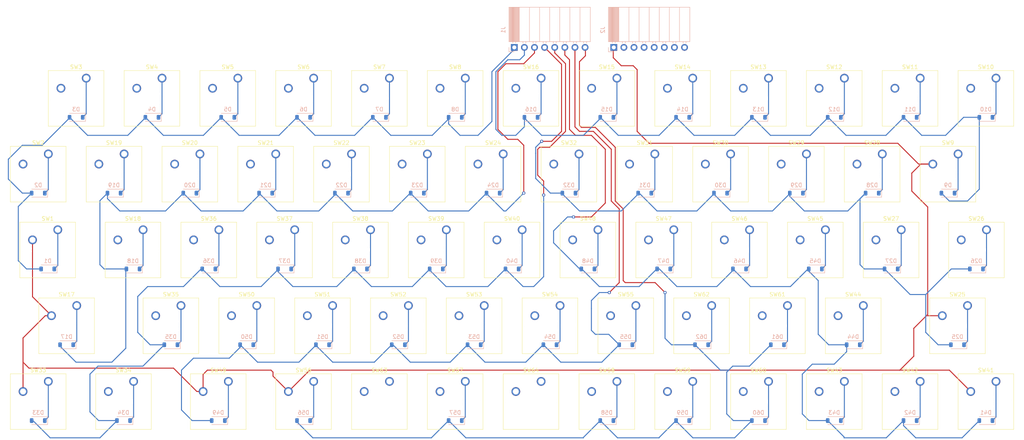
<source format=kicad_pcb>
(kicad_pcb (version 20221018) (generator pcbnew)

  (general
    (thickness 1.6)
  )

  (paper "A3")
  (layers
    (0 "F.Cu" signal)
    (31 "B.Cu" signal)
    (32 "B.Adhes" user "B.Adhesive")
    (33 "F.Adhes" user "F.Adhesive")
    (34 "B.Paste" user)
    (35 "F.Paste" user)
    (36 "B.SilkS" user "B.Silkscreen")
    (37 "F.SilkS" user "F.Silkscreen")
    (38 "B.Mask" user)
    (39 "F.Mask" user)
    (40 "Dwgs.User" user "User.Drawings")
    (41 "Cmts.User" user "User.Comments")
    (42 "Eco1.User" user "User.Eco1")
    (43 "Eco2.User" user "User.Eco2")
    (44 "Edge.Cuts" user)
    (45 "Margin" user)
    (46 "B.CrtYd" user "B.Courtyard")
    (47 "F.CrtYd" user "F.Courtyard")
    (48 "B.Fab" user)
    (49 "F.Fab" user)
    (50 "User.1" user)
    (51 "User.2" user)
    (52 "User.3" user)
    (53 "User.4" user)
    (54 "User.5" user)
    (55 "User.6" user)
    (56 "User.7" user)
    (57 "User.8" user)
    (58 "User.9" user)
  )

  (setup
    (pad_to_mask_clearance 0)
    (pcbplotparams
      (layerselection 0x00010fc_ffffffff)
      (plot_on_all_layers_selection 0x0000000_00000000)
      (disableapertmacros false)
      (usegerberextensions false)
      (usegerberattributes true)
      (usegerberadvancedattributes true)
      (creategerberjobfile true)
      (dashed_line_dash_ratio 12.000000)
      (dashed_line_gap_ratio 3.000000)
      (svgprecision 4)
      (plotframeref false)
      (viasonmask false)
      (mode 1)
      (useauxorigin false)
      (hpglpennumber 1)
      (hpglpenspeed 20)
      (hpglpendiameter 15.000000)
      (dxfpolygonmode true)
      (dxfimperialunits true)
      (dxfusepcbnewfont true)
      (psnegative false)
      (psa4output false)
      (plotreference true)
      (plotvalue true)
      (plotinvisibletext false)
      (sketchpadsonfab false)
      (subtractmaskfromsilk false)
      (outputformat 1)
      (mirror false)
      (drillshape 1)
      (scaleselection 1)
      (outputdirectory "")
    )
  )

  (net 0 "")
  (net 1 "Net-(D1-K)")
  (net 2 "Net-(D1-A)")
  (net 3 "Net-(D2-K)")
  (net 4 "Net-(D3-K)")
  (net 5 "Net-(D4-K)")
  (net 6 "Net-(D5-K)")
  (net 7 "Net-(D6-K)")
  (net 8 "Net-(D7-K)")
  (net 9 "Net-(D8-K)")
  (net 10 "Net-(D9-K)")
  (net 11 "Net-(D10-A)")
  (net 12 "Net-(D10-K)")
  (net 13 "Net-(D11-K)")
  (net 14 "Net-(D12-K)")
  (net 15 "Net-(D13-K)")
  (net 16 "Net-(D14-K)")
  (net 17 "Net-(D15-K)")
  (net 18 "Net-(D16-K)")
  (net 19 "Net-(D17-K)")
  (net 20 "Net-(D17-A)")
  (net 21 "Net-(D18-K)")
  (net 22 "Net-(D19-K)")
  (net 23 "Net-(D20-K)")
  (net 24 "Net-(D21-K)")
  (net 25 "Net-(D22-K)")
  (net 26 "Net-(D23-K)")
  (net 27 "Net-(D24-K)")
  (net 28 "Net-(D25-K)")
  (net 29 "Net-(D25-A)")
  (net 30 "Net-(D26-K)")
  (net 31 "Net-(D27-K)")
  (net 32 "Net-(D28-K)")
  (net 33 "Net-(D29-K)")
  (net 34 "Net-(D30-K)")
  (net 35 "Net-(D31-K)")
  (net 36 "Net-(D32-K)")
  (net 37 "Net-(D33-K)")
  (net 38 "Net-(D33-A)")
  (net 39 "Net-(D34-K)")
  (net 40 "Net-(D35-K)")
  (net 41 "Net-(D36-K)")
  (net 42 "Net-(D37-K)")
  (net 43 "Net-(D38-K)")
  (net 44 "Net-(D39-K)")
  (net 45 "Net-(D40-K)")
  (net 46 "Net-(D41-K)")
  (net 47 "Net-(D41-A)")
  (net 48 "Net-(D42-K)")
  (net 49 "Net-(D43-K)")
  (net 50 "Net-(D44-K)")
  (net 51 "Net-(D45-K)")
  (net 52 "Net-(D46-K)")
  (net 53 "Net-(D47-K)")
  (net 54 "Net-(D48-K)")
  (net 55 "Net-(D49-K)")
  (net 56 "Net-(D49-A)")
  (net 57 "Net-(D50-K)")
  (net 58 "Net-(D51-K)")
  (net 59 "Net-(D52-K)")
  (net 60 "Net-(D53-K)")
  (net 61 "Net-(D54-K)")
  (net 62 "Net-(D55-K)")
  (net 63 "Net-(D56-K)")
  (net 64 "Net-(D56-A)")
  (net 65 "Net-(D57-K)")
  (net 66 "Net-(D58-K)")
  (net 67 "Net-(D59-K)")
  (net 68 "Net-(D60-K)")
  (net 69 "Net-(D61-K)")
  (net 70 "Net-(D62-K)")
  (net 71 "Net-(J2-Pin_1)")
  (net 72 "Net-(J2-Pin_2)")
  (net 73 "Net-(J2-Pin_3)")
  (net 74 "Net-(J2-Pin_4)")
  (net 75 "Net-(J2-Pin_5)")
  (net 76 "Net-(J2-Pin_6)")
  (net 77 "Net-(J2-Pin_7)")
  (net 78 "Net-(J2-Pin_8)")
  (net 79 "unconnected-(SW63-Pad1)")
  (net 80 "unconnected-(SW63-Pad2)")
  (net 81 "unconnected-(SW64-Pad1)")
  (net 82 "unconnected-(SW64-Pad2)")

  (footprint "Button_Switch_Keyboard:SW_Cherry_MX_1.00u_PCB" (layer "F.Cu") (at 205.26375 197.32625))

  (footprint "Button_Switch_Keyboard:SW_Cherry_MX_1.25u_PCB" (layer "F.Cu") (at 140.97 197.32625))

  (footprint "Button_Switch_Keyboard:SW_Cherry_MX_1.00u_PCB" (layer "F.Cu") (at 333.85125 159.22625))

  (footprint "Button_Switch_Keyboard:SW_Cherry_MX_1.75u_PCB" (layer "F.Cu") (at 350.52 178.27625))

  (footprint "Button_Switch_Keyboard:SW_Cherry_MX_1.00u_PCB" (layer "F.Cu") (at 243.36375 197.32625))

  (footprint "Button_Switch_Keyboard:SW_Cherry_MX_1.00u_PCB" (layer "F.Cu") (at 229.07625 178.27625))

  (footprint "Button_Switch_Keyboard:SW_Cherry_MX_1.00u_PCB" (layer "F.Cu") (at 214.78875 140.17625))

  (footprint "Button_Switch_Keyboard:SW_Cherry_MX_1.00u_PCB" (layer "F.Cu") (at 157.63875 140.17625))

  (footprint "Button_Switch_Keyboard:SW_Cherry_MX_1.00u_PCB" (layer "F.Cu") (at 167.16375 121.12625))

  (footprint "Button_Switch_Keyboard:SW_Cherry_MX_1.00u_PCB" (layer "F.Cu") (at 276.70125 159.22625))

  (footprint "Button_Switch_Keyboard:SW_Cherry_MX_1.00u_PCB" (layer "F.Cu") (at 286.22625 178.27625))

  (footprint "Button_Switch_Keyboard:SW_Cherry_MX_1.00u_PCB" (layer "F.Cu") (at 262.41375 197.32625))

  (footprint "Button_Switch_Keyboard:SW_Cherry_MX_1.00u_PCB" (layer "F.Cu") (at 252.88875 140.17625))

  (footprint "Button_Switch_Keyboard:SW_Cherry_MX_1.75u_PCB" (layer "F.Cu") (at 126.6825 178.27625))

  (footprint "Button_Switch_Keyboard:SW_Cherry_MX_1.00u_PCB" (layer "F.Cu") (at 248.12625 178.27625))

  (footprint "Button_Switch_Keyboard:SW_Cherry_MX_1.00u_PCB" (layer "F.Cu") (at 181.45125 159.22625))

  (footprint "Button_Switch_Keyboard:SW_Cherry_MX_1.25u_PCB" (layer "F.Cu") (at 355.2825 159.22625))

  (footprint "Button_Switch_Keyboard:SW_Cherry_MX_1.00u_PCB" (layer "F.Cu") (at 310.03875 140.17625))

  (footprint "Button_Switch_Keyboard:SW_Cherry_MX_1.00u_PCB" (layer "F.Cu") (at 233.83875 140.17625))

  (footprint "Button_Switch_Keyboard:SW_Cherry_MX_1.00u_PCB" (layer "F.Cu") (at 324.32625 178.27625))

  (footprint "Button_Switch_Keyboard:SW_Cherry_MX_1.00u_PCB" (layer "F.Cu") (at 143.35125 159.22625))

  (footprint "Button_Switch_Keyboard:SW_Cherry_MX_1.00u_PCB" (layer "F.Cu") (at 238.60125 159.22625))

  (footprint "Button_Switch_Keyboard:SW_Cherry_MX_1.00u_PCB" (layer "F.Cu") (at 210.02625 178.27625))

  (footprint "Button_Switch_Keyboard:SW_Cherry_MX_1.00u_PCB" (layer "F.Cu") (at 171.92625 178.27625))

  (footprint "Button_Switch_Keyboard:SW_Cherry_MX_1.00u_PCB" (layer "F.Cu") (at 319.56375 121.12625))

  (footprint "Button_Switch_Keyboard:SW_Cherry_MX_1.00u_PCB" (layer "F.Cu") (at 186.21375 121.12625))

  (footprint "Button_Switch_Keyboard:SW_Cherry_MX_1.00u_PCB" (layer "F.Cu") (at 357.66375 197.32625))

  (footprint "Button_Switch_Keyboard:SW_Cherry_MX_1.00u_PCB" (layer "F.Cu") (at 224.31375 121.12625))

  (footprint "Button_Switch_Keyboard:SW_Cherry_MX_1.00u_PCB" (layer "F.Cu") (at 205.26375 121.12625))

  (footprint "Button_Switch_Keyboard:SW_Cherry_MX_1.00u_PCB" (layer "F.Cu") (at 119.53875 140.17625))

  (footprint "Button_Switch_Keyboard:SW_Cherry_MX_1.00u_PCB" (layer "F.Cu") (at 267.17625 178.27625))

  (footprint "Button_Switch_Keyboard:SW_Cherry_MX_1.00u_PCB" (layer "F.Cu") (at 290.98875 140.17625))

  (footprint "Button_Switch_Keyboard:SW_Cherry_MX_1.00u_PCB" (layer "F.Cu") (at 129.06375 121.12625))

  (footprint "Button_Switch_Keyboard:SW_Cherry_MX_1.00u_PCB" (layer "F.Cu") (at 319.56375 197.32625))

  (footprint "Button_Switch_Keyboard:SW_Cherry_MX_1.00u_PCB" (layer "F.Cu") (at 300.51375 197.32625))

  (footprint "Button_Switch_Keyboard:SW_Cherry_MX_1.00u_PCB" (layer "F.Cu") (at 271.93875 140.17625))

  (footprint "Button_Switch_Keyboard:SW_Cherry_MX_1.00u_PCB" (layer "F.Cu") (at 314.80125 159.22625))

  (footprint "Button_Switch_Keyboard:SW_Cherry_MX_1.00u_PCB" (layer "F.Cu") (at 348.13875 140.17625))

  (footprint "Button_Switch_Keyboard:SW_Cherry_MX_1.00u_PCB" (layer "F.Cu") (at 257.65125 159.22625))

  (footprint "Button_Switch_Keyboard:SW_Cherry_MX_1.00u_PCB" (layer "F.Cu") (at 300.51375 121.12625))

  (footprint "Button_Switch_Keyboard:SW_Cherry_MX_1.00u_PCB" (layer "F.Cu") (at 186.21375 197.32625))

  (footprint "Button_Switch_Keyboard:SW_Cherry_MX_1.25u_PCB" (layer "F.Cu")
    (tstamp a18bf5f9-e788-40ba-a91b-8b2efda1b6be)
    (at 121.92 159.22625)
    (descr "Cherry MX keyswitch, 1.25u, PCB mount, http://cherryamericas.com/wp-content/uploads/2014/12/mx_cat.pdf")
    (tags "Cherry MX keyswitch 1.25u PCB")
    (property "Sheetfile" "xantronix-z32.kicad_sch")
    (property "Sheetname" "")
    (property "ki_description" "Push button switch, generic, two pins")
    (property "ki_keywords" "switch normally-open pushbutton push-button")
    (path "/e76b9ee1-537d-4bb2-9fff-78ac2d601e07")
    (attr through_hole)
    (fp_text reference "SW1" (at -2.54 -2.794) (layer "F.SilkS")
        (effects (font (size 1 1) (thickness 0.15)))
      (tstamp 988b5319-14e2-4359-ac6a-47497a8c684a)
    )
    (fp_text value "SW_Push" (at -2.54 12.954) (layer "F.Fab")
        (effects (font (size 1 1) (thickness 0.15)))
      (tstamp c92f2bee-9db2-41b7-b81e-c0d25e6d89fc)
    )
    (fp_text user "${REFERENCE}" (at -2.54 -2.794) (layer "F.Fab")
        (effects (font (size 1 1) (thickness 0.15)))
      (tstamp 96fcb291-c433-4814-a3cf-a51eefbe09fd)
    )
    (fp_line (start -9.525 -1.905) (end 4.445 -1.905)
      (stroke (width 0.12) (type solid)) (layer "F.SilkS") (tstamp ea20c24e-61ef-41f6-88e3-7b6c070ddc32))
    (fp_line (start -9.525 12.065) (end -9.525 -1.905)
      (stroke (width 0.12) (type solid)) (layer "F.SilkS") (tstamp 5fa4a84d-75ae-4d2d-ad9e-48ce7698578c))
    (fp_line (start 4.445 -1.905) (end 4.445 12.065)
      (stroke (width 0.12) (type solid)) (layer "F.SilkS") (tstamp 66253bf2-e5b4-427d-8b4a-3b8b468bbcec))
    (fp_line (start 4.445 12.065) (end -9.525 12.065)
      (stroke (width 0.12) (type solid)) (layer "F.SilkS") (tstamp 9312d933-0465-43c2-a620-93c215eef9e7))
    (fp_line (start -14.44625 -4.445) (end 9.36625 -4.445)
      (stroke (width 0.15) (type solid)) (layer "Dwgs.User") (tstamp 7d01491d-09be-4a67-bcf0-116981247fee))
    (fp_line (start -14.44625 14.605) (end -14.44625 -4.445)
      (stroke (width 0.15) (type solid)) (layer "Dwgs.User") (tstamp e12cde89-d355-4d0b-9b41-59df053b810f))
    (fp_line (start 9.36625 -4.445) (end 9.36625 14.605)
      (stroke (width 0.15) (type solid)) (layer "Dwgs.User") (tstamp fff3cb0e-84d3-452d-b8d2-cb9899878e97))
    (fp_line (start 9.36625 14.605) (end -14.44625 14.605)
      (stroke (width 0.15) (type solid)) (layer "Dwgs.User") (tstamp 83232cba-482f-4edd
... [482183 chars truncated]
</source>
